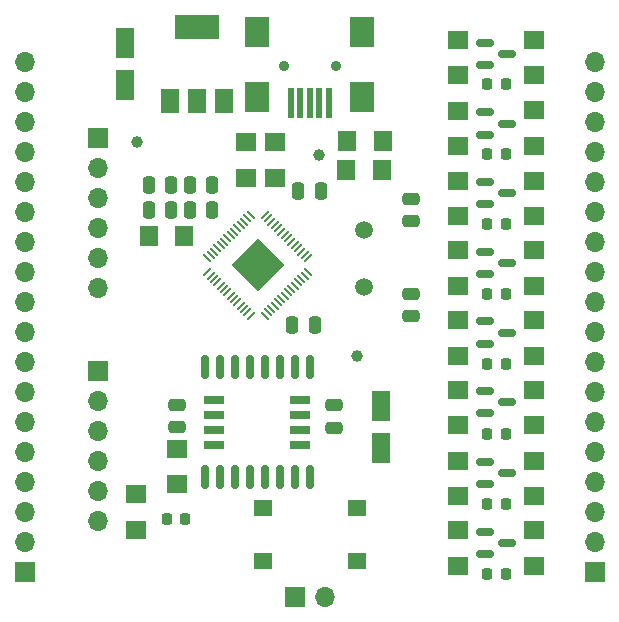
<source format=gbr>
%TF.GenerationSoftware,KiCad,Pcbnew,7.0.9*%
%TF.CreationDate,2024-03-24T12:36:59+01:00*%
%TF.ProjectId,PowerPiNano,506f7765-7250-4694-9e61-6e6f2e6b6963,rev?*%
%TF.SameCoordinates,Original*%
%TF.FileFunction,Soldermask,Top*%
%TF.FilePolarity,Negative*%
%FSLAX46Y46*%
G04 Gerber Fmt 4.6, Leading zero omitted, Abs format (unit mm)*
G04 Created by KiCad (PCBNEW 7.0.9) date 2024-03-24 12:36:59*
%MOMM*%
%LPD*%
G01*
G04 APERTURE LIST*
G04 Aperture macros list*
%AMRoundRect*
0 Rectangle with rounded corners*
0 $1 Rounding radius*
0 $2 $3 $4 $5 $6 $7 $8 $9 X,Y pos of 4 corners*
0 Add a 4 corners polygon primitive as box body*
4,1,4,$2,$3,$4,$5,$6,$7,$8,$9,$2,$3,0*
0 Add four circle primitives for the rounded corners*
1,1,$1+$1,$2,$3*
1,1,$1+$1,$4,$5*
1,1,$1+$1,$6,$7*
1,1,$1+$1,$8,$9*
0 Add four rect primitives between the rounded corners*
20,1,$1+$1,$2,$3,$4,$5,0*
20,1,$1+$1,$4,$5,$6,$7,0*
20,1,$1+$1,$6,$7,$8,$9,0*
20,1,$1+$1,$8,$9,$2,$3,0*%
%AMRotRect*
0 Rectangle, with rotation*
0 The origin of the aperture is its center*
0 $1 length*
0 $2 width*
0 $3 Rotation angle, in degrees counterclockwise*
0 Add horizontal line*
21,1,$1,$2,0,0,$3*%
G04 Aperture macros list end*
%ADD10RoundRect,0.250000X0.475000X-0.250000X0.475000X0.250000X-0.475000X0.250000X-0.475000X-0.250000X0*%
%ADD11RoundRect,0.250000X-0.550000X1.050000X-0.550000X-1.050000X0.550000X-1.050000X0.550000X1.050000X0*%
%ADD12RoundRect,0.150000X-0.587500X-0.150000X0.587500X-0.150000X0.587500X0.150000X-0.587500X0.150000X0*%
%ADD13C,0.900000*%
%ADD14R,0.500000X2.500000*%
%ADD15R,2.000000X2.500000*%
%ADD16RoundRect,0.050000X-0.238649X-0.309359X0.309359X0.238649X0.238649X0.309359X-0.309359X-0.238649X0*%
%ADD17RoundRect,0.050000X0.238649X-0.309359X0.309359X-0.238649X-0.238649X0.309359X-0.309359X0.238649X0*%
%ADD18RotRect,3.200000X3.200000X45.000000*%
%ADD19RoundRect,0.250000X0.250000X0.475000X-0.250000X0.475000X-0.250000X-0.475000X0.250000X-0.475000X0*%
%ADD20C,1.000000*%
%ADD21RoundRect,0.218750X-0.218750X-0.256250X0.218750X-0.256250X0.218750X0.256250X-0.218750X0.256250X0*%
%ADD22R,1.800000X1.500000*%
%ADD23R,1.700000X0.650000*%
%ADD24RoundRect,0.250000X-0.475000X0.250000X-0.475000X-0.250000X0.475000X-0.250000X0.475000X0.250000X0*%
%ADD25R,1.500000X1.800000*%
%ADD26R,1.600000X1.400000*%
%ADD27RoundRect,0.218750X0.218750X0.256250X-0.218750X0.256250X-0.218750X-0.256250X0.218750X-0.256250X0*%
%ADD28R,1.700000X1.700000*%
%ADD29O,1.700000X1.700000*%
%ADD30C,1.500000*%
%ADD31RoundRect,0.250000X-0.250000X-0.475000X0.250000X-0.475000X0.250000X0.475000X-0.250000X0.475000X0*%
%ADD32RoundRect,0.150000X-0.150000X0.875000X-0.150000X-0.875000X0.150000X-0.875000X0.150000X0.875000X0*%
%ADD33R,1.500000X2.000000*%
%ADD34R,3.800000X2.000000*%
G04 APERTURE END LIST*
D10*
%TO.C,C12*%
X150625000Y-113850000D03*
X150625000Y-115750000D03*
%TD*%
D11*
%TO.C,C11*%
X154600000Y-113900000D03*
X154600000Y-117500000D03*
%TD*%
D12*
%TO.C,Q4*%
X163362500Y-106750000D03*
X163362500Y-108650000D03*
X165237500Y-107700000D03*
%TD*%
D13*
%TO.C,J2*%
X150740000Y-85170000D03*
X146340000Y-85170000D03*
D14*
X150140000Y-88270000D03*
X149340000Y-88270000D03*
X148540000Y-88270000D03*
X147740000Y-88270000D03*
X146940000Y-88270000D03*
D15*
X152970000Y-87770000D03*
X152970000Y-82270000D03*
X144070000Y-87770000D03*
X144070000Y-82270000D03*
%TD*%
D16*
%TO.C,U1*%
X139862214Y-102592202D03*
X140145057Y-102875045D03*
X140427899Y-103157887D03*
X140710742Y-103440730D03*
X140993585Y-103723573D03*
X141276427Y-104006415D03*
X141559270Y-104289258D03*
X141842113Y-104572101D03*
X142124956Y-104854944D03*
X142407798Y-105137786D03*
X142690641Y-105420629D03*
X142973484Y-105703472D03*
X143256326Y-105986314D03*
X143539169Y-106269157D03*
D17*
X144723573Y-106269157D03*
X145006416Y-105986314D03*
X145289258Y-105703472D03*
X145572101Y-105420629D03*
X145854944Y-105137786D03*
X146137786Y-104854944D03*
X146420629Y-104572101D03*
X146703472Y-104289258D03*
X146986315Y-104006415D03*
X147269157Y-103723573D03*
X147552000Y-103440730D03*
X147834843Y-103157887D03*
X148117685Y-102875045D03*
X148400528Y-102592202D03*
D16*
X148400528Y-101407798D03*
X148117685Y-101124955D03*
X147834843Y-100842113D03*
X147552000Y-100559270D03*
X147269157Y-100276427D03*
X146986315Y-99993585D03*
X146703472Y-99710742D03*
X146420629Y-99427899D03*
X146137786Y-99145056D03*
X145854944Y-98862214D03*
X145572101Y-98579371D03*
X145289258Y-98296528D03*
X145006416Y-98013686D03*
X144723573Y-97730843D03*
D17*
X143539169Y-97730843D03*
X143256326Y-98013686D03*
X142973484Y-98296528D03*
X142690641Y-98579371D03*
X142407798Y-98862214D03*
X142124956Y-99145056D03*
X141842113Y-99427899D03*
X141559270Y-99710742D03*
X141276427Y-99993585D03*
X140993585Y-100276427D03*
X140710742Y-100559270D03*
X140427899Y-100842113D03*
X140145057Y-101124955D03*
X139862214Y-101407798D03*
D18*
X144131371Y-102000000D03*
%TD*%
D12*
%TO.C,Q6*%
X163362500Y-94950000D03*
X163362500Y-96850000D03*
X165237500Y-95900000D03*
%TD*%
D19*
%TO.C,C4*%
X140300000Y-97300000D03*
X138400000Y-97300000D03*
%TD*%
D20*
%TO.C,TP3*%
X149300000Y-92700000D03*
%TD*%
D21*
%TO.C,D1*%
X163545629Y-128147500D03*
X165120629Y-128147500D03*
%TD*%
D10*
%TO.C,C1*%
X157109887Y-106312742D03*
X157109887Y-104412742D03*
%TD*%
D22*
%TO.C,R12*%
X167500000Y-109647500D03*
X167500000Y-106647500D03*
%TD*%
D23*
%TO.C,U2*%
X140450000Y-113395000D03*
X140450000Y-114665000D03*
X140450000Y-115935000D03*
X140450000Y-117205000D03*
X147750000Y-117205000D03*
X147750000Y-115935000D03*
X147750000Y-114665000D03*
X147750000Y-113395000D03*
%TD*%
D22*
%TO.C,R13*%
X161100000Y-103747500D03*
X161100000Y-100747500D03*
%TD*%
%TO.C,R15*%
X167500000Y-103747500D03*
X167500000Y-100747500D03*
%TD*%
%TO.C,R2*%
X143100000Y-91587258D03*
X143100000Y-94587258D03*
%TD*%
%TO.C,R19*%
X167500000Y-91885000D03*
X167500000Y-88885000D03*
%TD*%
%TO.C,R23*%
X133800000Y-121400000D03*
X133800000Y-124400000D03*
%TD*%
%TO.C,R17*%
X167500000Y-97847500D03*
X167500000Y-94847500D03*
%TD*%
%TO.C,R20*%
X161100000Y-85900000D03*
X161100000Y-82900000D03*
%TD*%
D24*
%TO.C,C2*%
X157109887Y-96362742D03*
X157109887Y-98262742D03*
%TD*%
D25*
%TO.C,R4*%
X137900000Y-99500000D03*
X134900000Y-99500000D03*
%TD*%
%TO.C,R1*%
X154620629Y-93950000D03*
X151620629Y-93950000D03*
%TD*%
D24*
%TO.C,C7*%
X137320629Y-113797500D03*
X137320629Y-115697500D03*
%TD*%
D26*
%TO.C,SW1*%
X152540000Y-127050000D03*
X144540000Y-127050000D03*
X152540000Y-122550000D03*
X144540000Y-122550000D03*
%TD*%
D27*
%TO.C,D9*%
X137987500Y-123500000D03*
X136412500Y-123500000D03*
%TD*%
D20*
%TO.C,TP2*%
X133920629Y-91600000D03*
%TD*%
D22*
%TO.C,R7*%
X161100000Y-121547500D03*
X161100000Y-118547500D03*
%TD*%
D28*
%TO.C,J3*%
X130624956Y-91245056D03*
D29*
X130624956Y-93785056D03*
X130624956Y-96325056D03*
X130624956Y-98865056D03*
X130624956Y-101405056D03*
X130624956Y-103945056D03*
%TD*%
D30*
%TO.C,Y1*%
X153120629Y-99000000D03*
X153120629Y-103880000D03*
%TD*%
D21*
%TO.C,D2*%
X163545629Y-122247500D03*
X165120629Y-122247500D03*
%TD*%
D22*
%TO.C,R10*%
X167500000Y-115547500D03*
X167500000Y-112547500D03*
%TD*%
D12*
%TO.C,Q3*%
X163362500Y-112650000D03*
X163362500Y-114550000D03*
X165237500Y-113600000D03*
%TD*%
%TO.C,Q7*%
X163362500Y-89050000D03*
X163362500Y-90950000D03*
X165237500Y-90000000D03*
%TD*%
D31*
%TO.C,C3*%
X147050000Y-107100000D03*
X148950000Y-107100000D03*
%TD*%
D19*
%TO.C,C9*%
X136800000Y-97300000D03*
X134900000Y-97300000D03*
%TD*%
D22*
%TO.C,R5*%
X137320629Y-120547500D03*
X137320629Y-117547500D03*
%TD*%
%TO.C,R9*%
X161100000Y-115547500D03*
X161100000Y-112547500D03*
%TD*%
%TO.C,R8*%
X167500000Y-121547500D03*
X167500000Y-118547500D03*
%TD*%
D25*
%TO.C,R22*%
X151700000Y-91500000D03*
X154700000Y-91500000D03*
%TD*%
D22*
%TO.C,R3*%
X145600000Y-91587258D03*
X145600000Y-94587258D03*
%TD*%
%TO.C,R18*%
X161090000Y-91900000D03*
X161090000Y-88900000D03*
%TD*%
D21*
%TO.C,D6*%
X163545629Y-98547500D03*
X165120629Y-98547500D03*
%TD*%
D12*
%TO.C,Q1*%
X163362500Y-124550000D03*
X163362500Y-126450000D03*
X165237500Y-125500000D03*
%TD*%
D22*
%TO.C,R14*%
X167500000Y-127447500D03*
X167500000Y-124447500D03*
%TD*%
D12*
%TO.C,Q5*%
X163362500Y-100850000D03*
X163362500Y-102750000D03*
X165237500Y-101800000D03*
%TD*%
D22*
%TO.C,R6*%
X161100000Y-127447500D03*
X161100000Y-124447500D03*
%TD*%
%TO.C,R16*%
X161100000Y-97847500D03*
X161100000Y-94847500D03*
%TD*%
D21*
%TO.C,D8*%
X163545629Y-86647500D03*
X165120629Y-86647500D03*
%TD*%
D31*
%TO.C,C8*%
X147570629Y-95700000D03*
X149470629Y-95700000D03*
%TD*%
D20*
%TO.C,TP1*%
X152540629Y-109700000D03*
%TD*%
D22*
%TO.C,R11*%
X161100000Y-109647500D03*
X161100000Y-106647500D03*
%TD*%
D32*
%TO.C,U4*%
X148545000Y-110650000D03*
X147275000Y-110650000D03*
X146005000Y-110650000D03*
X144735000Y-110650000D03*
X143465000Y-110650000D03*
X142195000Y-110650000D03*
X140925000Y-110650000D03*
X139655000Y-110650000D03*
X139655000Y-119950000D03*
X140925000Y-119950000D03*
X142195000Y-119950000D03*
X143465000Y-119950000D03*
X144735000Y-119950000D03*
X146005000Y-119950000D03*
X147275000Y-119950000D03*
X148545000Y-119950000D03*
%TD*%
D21*
%TO.C,D4*%
X163545629Y-110347500D03*
X165120629Y-110347500D03*
%TD*%
D31*
%TO.C,C6*%
X138400000Y-95200000D03*
X140300000Y-95200000D03*
%TD*%
D21*
%TO.C,D7*%
X163545629Y-92585000D03*
X165120629Y-92585000D03*
%TD*%
%TO.C,D3*%
X163545629Y-116247500D03*
X165120629Y-116247500D03*
%TD*%
D22*
%TO.C,R21*%
X167500000Y-85900000D03*
X167500000Y-82900000D03*
%TD*%
D33*
%TO.C,U3*%
X136681371Y-88110000D03*
X138981371Y-88110000D03*
D34*
X138981371Y-81810000D03*
D33*
X141281371Y-88110000D03*
%TD*%
D31*
%TO.C,C5*%
X134900000Y-95200000D03*
X136800000Y-95200000D03*
%TD*%
D12*
%TO.C,Q2*%
X163362500Y-118650000D03*
X163362500Y-120550000D03*
X165237500Y-119600000D03*
%TD*%
D28*
%TO.C,J6*%
X130620629Y-110947500D03*
D29*
X130620629Y-113487500D03*
X130620629Y-116027500D03*
X130620629Y-118567500D03*
X130620629Y-121107500D03*
X130620629Y-123647500D03*
%TD*%
D21*
%TO.C,D5*%
X163545629Y-104447500D03*
X165120629Y-104447500D03*
%TD*%
D12*
%TO.C,Q8*%
X163362500Y-83150000D03*
X163362500Y-85050000D03*
X165237500Y-84100000D03*
%TD*%
D28*
%TO.C,J1*%
X147276371Y-130100000D03*
D29*
X149816371Y-130100000D03*
%TD*%
D11*
%TO.C,C10*%
X132875000Y-83175000D03*
X132875000Y-86775000D03*
%TD*%
D28*
%TO.C,J4*%
X172671371Y-128000000D03*
D29*
X172671371Y-125460000D03*
X172671371Y-122920000D03*
X172671371Y-120380000D03*
X172671371Y-117840000D03*
X172671371Y-115300000D03*
X172671371Y-112760000D03*
X172671371Y-110220000D03*
X172671371Y-107680000D03*
X172671371Y-105140000D03*
X172671371Y-102600000D03*
X172671371Y-100060000D03*
X172671371Y-97520000D03*
X172671371Y-94980000D03*
X172671371Y-92440000D03*
X172671371Y-89900000D03*
X172671371Y-87360000D03*
X172671371Y-84820000D03*
%TD*%
D28*
%TO.C,J5*%
X124411371Y-128000000D03*
D29*
X124411371Y-125460000D03*
X124411371Y-122920000D03*
X124411371Y-120380000D03*
X124411371Y-117840000D03*
X124411371Y-115300000D03*
X124411371Y-112760000D03*
X124411371Y-110220000D03*
X124411371Y-107680000D03*
X124411371Y-105140000D03*
X124411371Y-102600000D03*
X124411371Y-100060000D03*
X124411371Y-97520000D03*
X124411371Y-94980000D03*
X124411371Y-92440000D03*
X124411371Y-89900000D03*
X124411371Y-87360000D03*
X124411371Y-84820000D03*
%TD*%
M02*

</source>
